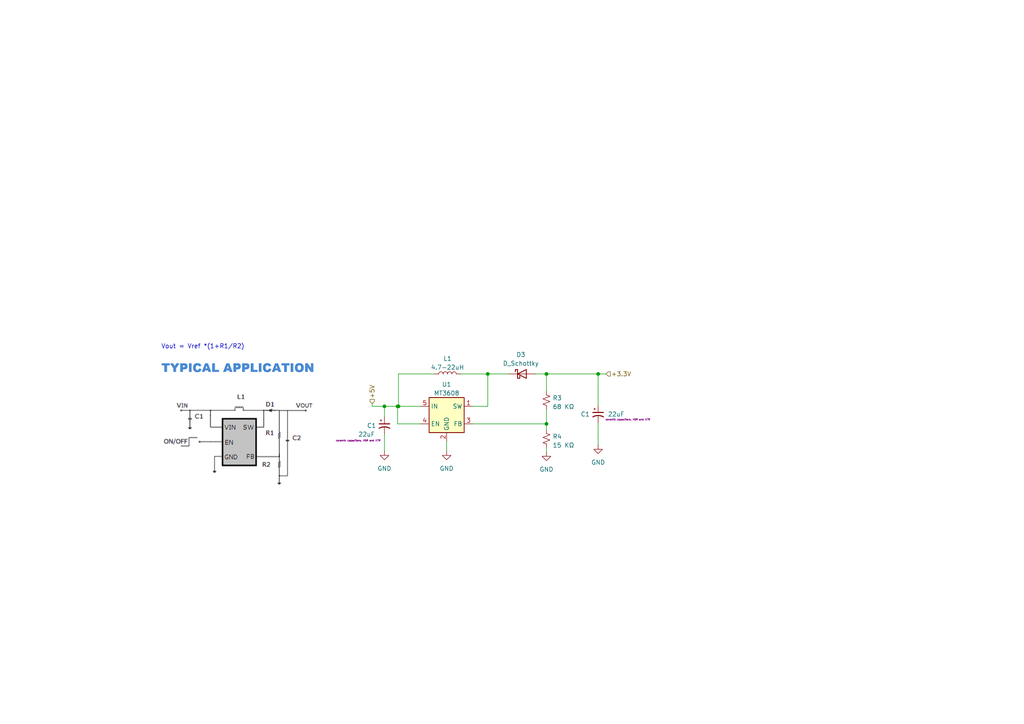
<source format=kicad_sch>
(kicad_sch (version 20230121) (generator eeschema)
  (paper "A4")
  (lib_symbols
    (symbol "Device:C_Polarized_Small_US" (pin_numbers hide) (pin_names (offset 0.254) hide)
      (property "Reference" "C" (at 0.254 1.778 0))
      (property "Value" "C_Polarized_Small_US" (at 0.254 -2.032 0))
      (symbol "C_Polarized_Small_US_0_1"
        (polyline (pts (xy -1.524 0.508) (xy 1.524 0.508)) (stroke (width 0.3048)))
        (polyline (pts (xy -1.27 1.524) (xy -0.762 1.524)))
        (polyline (pts (xy -1.016 1.27) (xy -1.016 1.778)))
        (arc (start 1.524 -0.762) (mid 0 -0.3734) (end -1.524 -0.762) (stroke (width 0.3048)))
      )
      (symbol "C_Polarized_Small_US_1_1"
        (pin passive line (at 0 2.54 270) (length 2.032) (name "~") (number "1"))
        (pin passive line (at 0 -2.54 90) (length 2.032) (name "~") (number "2"))
      )
    )
    (symbol "Device:D_Schottky" (pin_numbers hide) (pin_names (offset 1.016) hide)
      (property "Reference" "D" (at 0 2.54 0))
      (property "Value" "D_Schottky" (at 0 -2.54 0))
      (symbol "D_Schottky_0_1"
        (polyline (pts (xy 1.27 0) (xy -1.27 0)))
        (polyline (pts (xy 1.27 1.27) (xy 1.27 -1.27) (xy -1.27 0) (xy 1.27 1.27)) (stroke (width 0.254)))
        (polyline (pts (xy -1.905 0.635) (xy -1.905 1.27) (xy -1.27 1.27) (xy -1.27 -1.27) (xy -0.635 -1.27) (xy -0.635 -0.635)) (stroke (width 0.254)))
      )
      (symbol "D_Schottky_1_1"
        (pin passive line (at -3.81 0 0) (length 2.54) (name "K") (number "1"))
        (pin passive line (at 3.81 0 180) (length 2.54) (name "A") (number "2"))
      )
    )
    (symbol "Device:L" (pin_numbers hide) (pin_names (offset 1.016) hide)
      (property "Reference" "L" (at -1.27 0 90))
      (property "Value" "L" (at 1.905 0 90))
      (symbol "L_0_1"
        (arc (start 0 -2.54) (mid 0.6323 -1.905) (end 0 -1.27))
        (arc (start 0 -1.27) (mid 0.6323 -0.635) (end 0 0))
        (arc (start 0 0) (mid 0.6323 0.635) (end 0 1.27))
        (arc (start 0 1.27) (mid 0.6323 1.905) (end 0 2.54))
      )
      (symbol "L_1_1"
        (pin passive line (at 0 3.81 270) (length 1.27) (name "1") (number "1"))
        (pin passive line (at 0 -3.81 90) (length 1.27) (name "2") (number "2"))
      )
    )
    (symbol "Device:R_Small_US" (pin_numbers hide) (pin_names (offset 0.254) hide)
      (property "Reference" "R" (at 0.762 0.508 0))
      (property "Value" "R_Small_US" (at 0.762 -1.016 0))
      (symbol "R_Small_US_1_1"
        (polyline (pts (xy 0 0) (xy 1.016 -0.381) (xy 0 -0.762) (xy -1.016 -1.143) (xy 0 -1.524)))
        (polyline (pts (xy 0 1.524) (xy 1.016 1.143) (xy 0 0.762) (xy -1.016 0.381) (xy 0 0)))
        (pin passive line (at 0 2.54 270) (length 1.016) (name "~") (number "1"))
        (pin passive line (at 0 -2.54 90) (length 1.016) (name "~") (number "2"))
      )
    )
    (symbol "Regulator_Switching:MT3608"
      (property "Reference" "U" (at -2.54 8.89 0))
      (property "Value" "MT3608" (at -3.81 6.35 0))
      (symbol "MT3608_0_1"
        (rectangle (start -5.08 5.08) (end 5.08 -5.08) (stroke (width 0.254)) (fill (type background)))
      )
      (symbol "MT3608_1_1"
        (pin passive line (at 7.62 2.54 180) (length 2.54) (name "SW") (number "1"))
        (pin power_in line (at 0 -7.62 90) (length 2.54) (name "GND") (number "2"))
        (pin input line (at 7.62 -2.54 180) (length 2.54) (name "FB") (number "3"))
        (pin input line (at -7.62 -2.54 0) (length 2.54) (name "EN") (number "4"))
        (pin power_in line (at -7.62 2.54 0) (length 2.54) (name "IN") (number "5"))
        (pin no_connect line (at 5.08 0 180) (length 2.54) hide (name "NC") (number "6"))
      )
    )
    (symbol "power:GND" (power) (pin_names (offset 0))
      (property "Value" "GND" (at 0 -3.81 0))
      (symbol "GND_0_1"
        (polyline (pts (xy 0 0) (xy 0 -1.27) (xy 1.27 -1.27) (xy 0 -2.54) (xy -1.27 -1.27) (xy 0 -1.27)))
      )
      (symbol "GND_1_1"
        (pin power_in line (at 0 0 270) (length 0) hide (name "GND") (number "1"))
      )
    )
  )
  (junction (at 158.496 108.458))
  (junction (at 115.316 117.856))
  (junction (at 173.482 108.458))
  (junction (at 158.496 122.936))
  (junction (at 141.478 108.458))
  (junction (at 115.57 117.856))
  (junction (at 111.506 117.856))
  (wire (pts (xy 115.57 108.458) (xy 115.57 117.856)))
  (wire (pts (xy 125.984 108.458) (xy 115.57 108.458)))
  (wire (pts (xy 158.496 108.458) (xy 158.496 113.538)))
  (wire (pts (xy 173.482 122.682) (xy 173.482 129.032)))
  (wire (pts (xy 115.316 117.856) (xy 115.57 117.856)))
  (wire (pts (xy 155.194 108.458) (xy 158.496 108.458)))
  (wire (pts (xy 107.95 117.856) (xy 111.506 117.856)))
  (wire (pts (xy 147.574 108.458) (xy 141.478 108.458)))
  (wire (pts (xy 173.482 108.458) (xy 173.482 117.602)))
  (wire (pts (xy 141.478 108.458) (xy 141.478 117.856)))
  (wire (pts (xy 158.496 122.936) (xy 158.496 118.618)))
  (wire (pts (xy 129.54 128.016) (xy 129.54 130.81)))
  (wire (pts (xy 173.482 108.458) (xy 158.496 108.458)))
  (wire (pts (xy 158.496 129.794) (xy 158.496 131.064)))
  (wire (pts (xy 137.16 122.936) (xy 158.496 122.936)))
  (wire (pts (xy 115.57 117.856) (xy 121.92 117.856)))
  (wire (pts (xy 133.604 108.458) (xy 141.478 108.458)))
  (wire (pts (xy 111.506 117.856) (xy 115.316 117.856)))
  (wire (pts (xy 111.506 125.984) (xy 111.506 130.81)))
  (wire (pts (xy 115.316 122.936) (xy 115.316 117.856)))
  (wire (pts (xy 107.95 117.094) (xy 107.95 117.856)))
  (wire (pts (xy 173.482 108.458) (xy 175.768 108.458)))
  (wire (pts (xy 141.478 117.856) (xy 137.16 117.856)))
  (wire (pts (xy 111.506 117.856) (xy 111.506 120.904)))
  (wire (pts (xy 121.92 122.936) (xy 115.316 122.936)))
  (wire (pts (xy 158.496 124.714) (xy 158.496 122.936)))
  (image (at 68.326 122.936) (scale 1.70967))
  (text "Vout = Vref *(1+R1/R2)\n" (at 46.736 101.346 0) (effects (font (size 1.27 1.27)) (justify left bottom)))
  (hierarchical_label "+5V" (shape input) (at 107.95 117.094 90))
  (hierarchical_label "+3.3V" (shape input) (at 175.768 108.458 0))
  (symbol (lib_id "Regulator_Switching:MT3608") (at 129.54 120.396 0) (unit 1)
    (property "Reference" "U1" (at 129.54 111.506 0))
    (property "Value" "MT3608" (at 129.54 114.046 0))
    (property "Footprint" "Package_TO_SOT_SMD:SOT-23-6" (effects hide))
    (property "Datasheet" "https://www.olimex.com/Products/Breadboarding/BB-PWR-3608/resources/MT3608.pdf" (effects hide))
  )
  (symbol (lib_id "Device:R_Small_US") (at 158.496 116.078 0) (unit 1)
    (property "Reference" "R3" (at 160.274 115.443 0) (effects (justify left)))
    (property "Value" "68 KΩ" (at 160.274 117.983 0) (effects (justify left)))
  )
  (symbol (lib_id "Device:C_Polarized_Small_US") (at 173.482 120.142 0) (unit 1)
    (property "Reference" "C1" (at 168.402 120.142 0) (effects (justify left)))
    (property "Value" "22uF" (at 176.276 120.142 0) (effects (justify left)))
    (property "Disc" "ceramic capacitors, X5R and X7R" (at 182.118 121.666 0) (effects (font (size 0.5 0.5))))
  )
  (symbol (lib_id "power:GND") (at 111.506 130.81 0) (unit 1)
    (property "Reference" "#PWR015" (effects hide))
    (property "Value" "GND" (at 111.506 135.89 0))
    (instances (project "LAS_V1" (path "" (reference "#PWR015") (unit 1)) (path "" (reference "#PWR01") (unit 1))))
  )
  (symbol (lib_id "Device:C_Polarized_Small_US") (at 111.506 123.444 0) (unit 1)
    (property "Reference" "C1" (at 106.426 123.444 0) (effects (justify left)))
    (property "Value" "22uF" (at 103.886 125.984 0) (effects (justify left)))
    (property "Disc" "ceramic capacitors, X5R and X7R" (at 103.886 127.762 0) (effects (font (size 0.5 0.5))))
    (instances (project "LAS_V1" (path "" (reference "C1") (unit 1)) (path "" (reference "C4") (unit 1))))
  )
  (symbol (lib_id "power:GND") (at 158.496 131.064 0) (unit 1)
    (property "Reference" "#PWR015" (effects hide))
    (property "Value" "GND" (at 158.496 136.144 0))
    (instances (project "LAS_V1" (path "" (reference "#PWR015") (unit 1)) (path "" (reference "#PWR09") (unit 1))))
  )
  (symbol (lib_id "Device:R_Small_US") (at 158.496 127.254 0) (unit 1)
    (property "Reference" "R4" (at 160.274 126.619 0) (effects (justify left)))
    (property "Value" "15 KΩ" (at 160.274 129.159 0) (effects (justify left)))
  )
  (symbol (lib_id "Device:L") (at 129.794 108.458 90) (unit 1)
    (property "Reference" "L1" (at 129.794 104.013 90))
    (property "Value" "4.7-22uH" (at 129.794 106.553 90))
    (property "data" "68uh/2A" (effects hide))
    (instances (project "LAS_V1" (path "" (reference "L1") (unit 1)) (path "" (reference "L2") (unit 1))))
  )
  (symbol (lib_id "power:GND") (at 129.54 130.81 0) (unit 1)
    (property "Reference" "#PWR015" (effects hide))
    (property "Value" "GND" (at 129.54 135.89 0))
    (instances (project "LAS_V1" (path "" (reference "#PWR015") (unit 1)) (path "" (reference "#PWR08") (unit 1))))
  )
  (symbol (lib_id "power:GND") (at 173.482 129.032 0) (unit 1)
    (property "Reference" "#PWR015" (effects hide))
    (property "Value" "GND" (at 173.482 134.112 0))
    (instances (project "LAS_V1" (path "" (reference "#PWR015") (unit 1)) (path "" (reference "#PWR013") (unit 1))))
  )
  (symbol (lib_id "Device:D_Schottky") (at 151.384 108.458 0) (unit 1)
    (property "Reference" "D3" (at 151.0665 102.87 0))
    (property "Value" "D_Schottky" (at 151.0665 105.41 0))
  )
)
</source>
